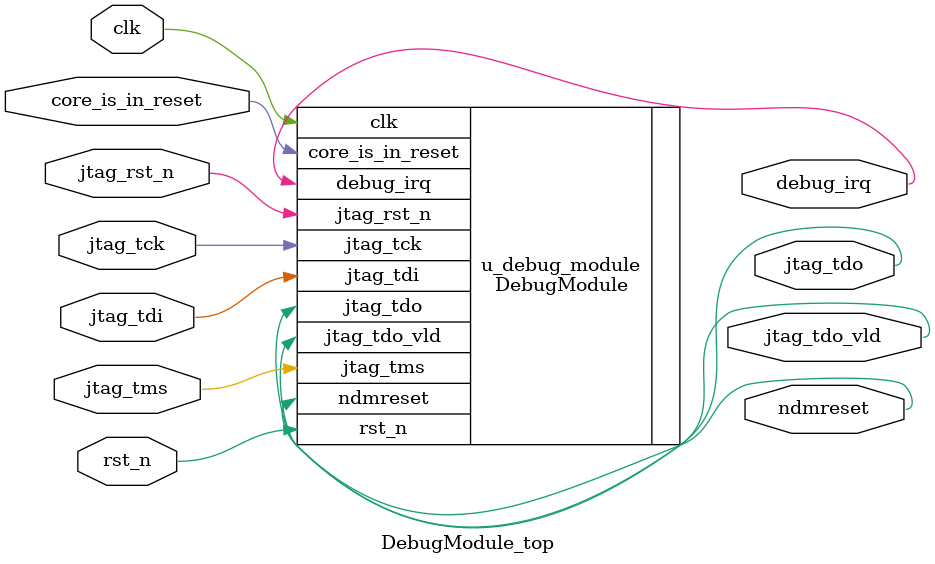
<source format=sv>

module DebugModule_top (
    input clk,
    input rst_n,
    // jtag signal,slow clock
    input  jtag_tck,
    input  jtag_rst_n,
    input  jtag_tms,
    input  jtag_tdi,
    output logic jtag_tdo,
    output logic jtag_tdo_vld,
    // spi signal 
    // output logic spi_csn,
    // output logic spi_sclk,
    // output logic spi_mosi,
    // input        spi_miso,
    //core signal
    input        core_is_in_reset,
    output logic ndmreset,
    output logic debug_irq

);

DebugModule u_debug_module(
    .clk(clk),
    .rst_n(rst_n),
    // jtag signal,slow clock
    .jtag_tck(jtag_tck),
    .jtag_rst_n(jtag_rst_n),
    .jtag_tms(jtag_tms),
    .jtag_tdi(jtag_tdi),
    .jtag_tdo(jtag_tdo),
    .jtag_tdo_vld(jtag_tdo_vld),
    // spi signal 
    // .spi_csn(spi_csn),
    // .spi_sclk(spi_sclk),
    // .spi_mosi(spi_mosi),
    // .spi_miso(spi_miso),
    //core signal
    .core_is_in_reset(core_is_in_reset),
    .ndmreset(ndmreset),
    .debug_irq(debug_irq)
);

endmodule
</source>
